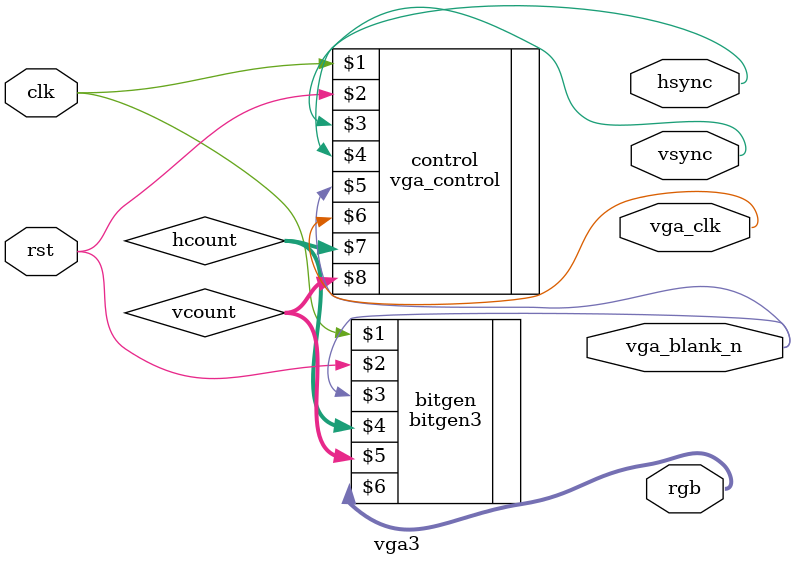
<source format=v>
module vga3(clk, rst, hsync, vsync, vga_blank_n, vga_clk, rgb);
	input clk, rst;
	output hsync, vsync;
	output vga_blank_n, vga_clk;
	output [23:0] rgb;
	
	wire [9:0] hcount, vcount;
	
	vga_control control (clk, rst, hsync, vsync, vga_blank_n, vga_clk, hcount, vcount);	
	bitgen3 bitgen (clk, rst, vga_blank_n, hcount, vcount, rgb);
endmodule

</source>
